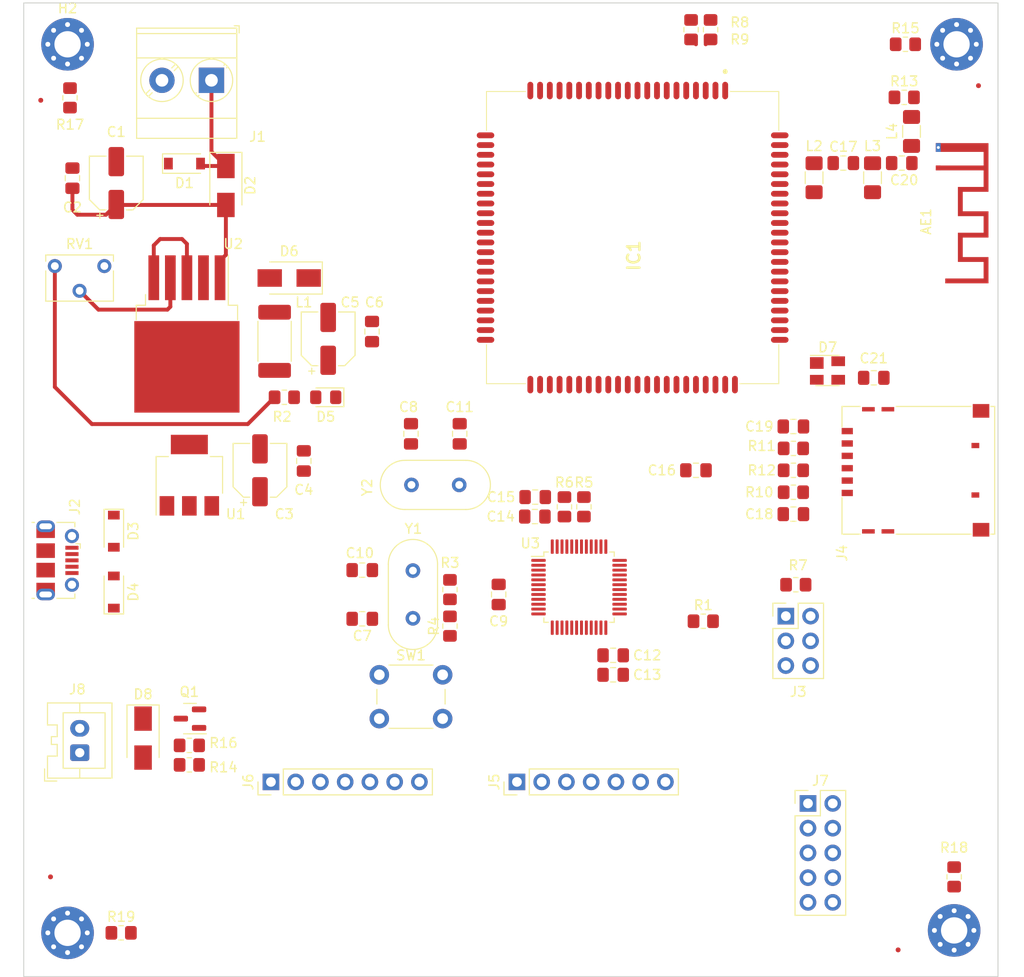
<source format=kicad_pcb>
(kicad_pcb (version 20211014) (generator pcbnew)
  (layers (0 "F.Cu" signal) (31 "B.Cu" signal) (34 "B.Paste" user) (35 "F.Paste" user) (36 "B.SilkS" user "B.Silkscreen") (37 "F.SilkS" user "F.Silkscreen") (38 "B.Mask" user) (39 "F.Mask" user) (44 "Edge.Cuts" user))
  (net 0 "")
  (net 1 "Net-(AE1-Pad1)")
  (net 2 "Net-(C1-Pad1)")
  (net 3 "Earth")
  (net 4 "+3V3")
  (net 5 "VDD")
  (net 6 "/PD1")
  (net 7 "/PC15")
  (net 8 "/NRST")
  (net 9 "/PD0")
  (net 10 "/PC14")
  (net 11 "/Untitled Sheet/USIM_DATA")
  (net 12 "/Untitled Sheet/ANT")
  (net 13 "Net-(C17-Pad2)")
  (net 14 "/Untitled Sheet/USIM_RST")
  (net 15 "/Untitled Sheet/USIM_VDD")
  (net 16 "+12V")
  (net 17 "/USB D-")
  (net 18 "/USB D+")
  (net 19 "Net-(D5-Pad2)")
  (net 20 "Net-(D6-Pad2)")
  (net 21 "Net-(D7-Pad2)")
  (net 22 "Net-(D7-Pad3)")
  (net 23 "Net-(D7-Pad4)")
  (net 24 "Net-(D8-Pad1)")
  (net 25 "Net-(H1-Pad1)")
  (net 26 "Net-(H2-Pad1)")
  (net 27 "Net-(H3-Pad1)")
  (net 28 "Net-(H4-Pad1)")
  (net 29 "Net-(IC1-Pad3)")
  (net 30 "Net-(IC1-Pad4)")
  (net 42 "/Untitled Sheet/USIM_CLK")
  (net 76 "/Untitled Sheet/RX1")
  (net 79 "/Untitled Sheet/TX1")
  (net 93 "/BOOT0")
  (net 94 "/BOOT1")
  (net 99 "/Untitled Sheet/I2C SENSOR/SCL")
  (net 100 "/Untitled Sheet/I2C SENSOR/SDA")
  (net 104 "/Untitled Sheet/I2C SENSOR/RESET")
  (net 105 "/Untitled Sheet/I2C SENSOR/NC")
  (net 106 "/Untitled Sheet/I2C SENSOR/RX")
  (net 107 "/Untitled Sheet/I2C SENSOR/TX")
  (net 108 "Net-(L4-Pad1)")
  (net 109 "Net-(Q1-Pad1)")
  (net 110 "/SCL")
  (net 111 "/SDA")
  (net 112 "Net-(R7-Pad2)")
  (net 113 "FAN")
  (net 114 "Net-(RV1-Pad2)")
  (net 117 "/TX")
  (net 118 "/RX")
  (net 130 "/TX1")
  (net 131 "/RX1")
  (footprint "Resistor_SMD:R_0805_2012Metric_Pad1.20x1.40mm_HandSolder" (layer "F.Cu") (at 121.75 93.5)
    (fp_text reference "R1")
    (fp_text value "1.5K")
  )
  (footprint "Package_TO_SOT_SMD:TO-263-5_TabPin3" (layer "F.Cu") (at 68.75 64 -90)
    (fp_text reference "U2")
    (fp_text value "LM2596S-5")
  )
  (footprint "Capacitor_SMD:C_0805_2012Metric_Pad1.18x1.45mm_HandSolder" (layer "F.Cu") (at 131 73.5 180)
    (fp_text reference "C19")
    (fp_text value "22pf 50v")
  )
  (footprint "MountingHole:MountingHole_2.7mm_M2.5_Pad_Via" (layer "F.Cu") (at 56.5 125.5)
    (fp_text reference "H4" hide)
    (fp_text value "MountingHole_Pad")
  )
  (footprint "Resistor_SMD:R_0805_2012Metric_Pad1.20x1.40mm_HandSolder" (layer "F.Cu") (at 131 80.25)
    (fp_text reference "R10")
    (fp_text value "22R")
  )
  (footprint "RF_Antenna:Texas_SWRA117D_2.4GHz_Right" (layer "F.Cu") (at 145.875 46.95 -90)
    (fp_text reference "AE1")
    (fp_text value "Antenna")
  )
  (footprint "Capacitor_SMD:C_0805_2012Metric_Pad1.18x1.45mm_HandSolder" (layer "F.Cu") (at 86.75 93.25 180)
    (fp_text reference "C7")
    (fp_text value "22pf 50V")
  )
  (footprint "Resistor_SMD:R_0805_2012Metric_Pad1.20x1.40mm_HandSolder" (layer "F.Cu") (at 131 78)
    (fp_text reference "R12")
    (fp_text value "22R")
  )
  (footprint "Capacitor_SMD:C_0805_2012Metric_Pad1.18x1.45mm_HandSolder" (layer "F.Cu") (at 57 48 90)
    (fp_text reference "C2")
    (fp_text value "0.1uf 50V")
  )
  (footprint "Capacitor_SMD:CP_Elec_5x5.8" (layer "F.Cu") (at 83.25 64.5 90)
    (fp_text reference "C5")
    (fp_text value "470uf 25V")
  )
  (footprint "Capacitor_SMD:C_0805_2012Metric_Pad1.18x1.45mm_HandSolder" (layer "F.Cu") (at 136.125 46.45)
    (fp_text reference "C17")
    (fp_text value "33pf 50V")
  )
  (footprint "Diode_SMD:D_SMA" (layer "F.Cu") (at 79.25 58.25 180)
    (fp_text reference "D6")
    (fp_text value "SS34")
  )
  (footprint "Connector_PinHeader_2.54mm:PinHeader_2x05_P2.54mm_Vertical" (layer "F.Cu") (at 132.5 112.21)
    (fp_text reference "J7")
    (fp_text value "Conn_02x05_Counter_Clockwise")
  )
  (footprint "MountingHole:MountingHole_2.7mm_M2.5_Pad_Via" (layer "F.Cu") (at 147.5 125.25)
    (fp_text reference "H3" hide)
    (fp_text value "MountingHole_Pad")
  )
  (footprint "Inductor_SMD:L_1206_3216Metric_Pad1.42x1.75mm_HandSolder" (layer "F.Cu") (at 133.125 47.95 -90)
    (fp_text reference "L2")
    (fp_text value "L")
  )
  (footprint "Crystal:Crystal_HC18-U_Vertical" (layer "F.Cu") (at 91.95 93.2 90)
    (fp_text reference "Y1")
    (fp_text value "8M")
  )
  (footprint "Capacitor_SMD:C_0805_2012Metric_Pad1.18x1.45mm_HandSolder" (layer "F.Cu") (at 104.4625 82.75)
    (fp_text reference "C14")
    (fp_text value "0.1uf 50V")
  )
  (footprint "Resistor_SMD:R_0805_2012Metric_Pad1.20x1.40mm_HandSolder" (layer "F.Cu") (at 56.75 39.75 90)
    (fp_text reference "R17")
    (fp_text value "150R")
  )
  (footprint "Capacitor_SMD:C_0805_2012Metric_Pad1.18x1.45mm_HandSolder" (layer "F.Cu") (at 142.125 46.45)
    (fp_text reference "C20")
    (fp_text value "33pf 50V")
  )
  (footprint "Resistor_SMD:R_0805_2012Metric_Pad1.20x1.40mm_HandSolder" (layer "F.Cu") (at 131 75.75)
    (fp_text reference "R11")
    (fp_text value "22R")
  )
  (footprint "Connector_PinHeader_2.54mm:PinHeader_2x03_P2.54mm_Vertical" (layer "F.Cu") (at 130.225 92.975)
    (fp_text reference "J3")
    (fp_text value "Conn_02x03_Counter_Clockwise")
  )
  (footprint "Potentiometer_THT:Potentiometer_Bourns_3266W_Vertical" (layer "F.Cu") (at 60.275 57.025)
    (fp_text reference "RV1")
    (fp_text value "10K")
  )
  (footprint "Package_TO_SOT_SMD:SOT-223-3_TabPin2" (layer "F.Cu") (at 69 78.5 90)
    (fp_text reference "U1")
    (fp_text value "AMS1117-3.3")
  )
  (footprint "Resistor_SMD:R_0805_2012Metric_Pad1.20x1.40mm_HandSolder" (layer "F.Cu") (at 107.5 81.75 -90)
    (fp_text reference "R6")
    (fp_text value "1K")
  )
  (footprint "Capacitor_SMD:C_0805_2012Metric_Pad1.18x1.45mm_HandSolder" (layer "F.Cu") (at 100.75 90.75 -90)
    (fp_text reference "C9")
    (fp_text value "22pf 50V")
  )
  (footprint "Capacitor_SMD:C_0805_2012Metric_Pad1.18x1.45mm_HandSolder" (layer "F.Cu") (at 112.5 97 180)
    (fp_text reference "C12")
    (fp_text value "0.1uf 50V")
  )
  (footprint "Diode_SMD:D_SMA" (layer "F.Cu") (at 64.25 105.5 -90)
    (fp_text reference "D8")
    (fp_text value "SS34")
  )
  (footprint "Connector_PinHeader_2.54mm:PinHeader_1x07_P2.54mm_Vertical" (layer "F.Cu") (at 77.375 110 90)
    (fp_text reference "J6")
    (fp_text value "Conn_01x07")
  )
  (footprint "Capacitor_SMD:C_0805_2012Metric_Pad1.18x1.45mm_HandSolder" (layer "F.Cu") (at 96.75 74.25 90)
    (fp_text reference "C11")
    (fp_text value "22pf 50V")
  )
  (footprint "Resistor_SMD:R_0805_2012Metric_Pad1.20x1.40mm_HandSolder" (layer "F.Cu") (at 78.75 70.5)
    (fp_text reference "R2")
    (fp_text value "1K")
  )
  (footprint "Diode_SMD:D_SOD-123" (layer "F.Cu") (at 61.25 84.25 -90)
    (fp_text reference "D3")
    (fp_text value "D_TVS")
  )
  (footprint "Fiducial:Fiducial_0.5mm_Mask1.5mm" (layer "F.Cu") (at 54.75 119.75)
    (fp_text reference "FID3" hide)
    (fp_text value "Fiducial")
  )
  (footprint "Resistor_SMD:R_0805_2012Metric_Pad1.20x1.40mm_HandSolder" (layer "F.Cu") (at 109.5 81.75 -90)
    (fp_text reference "R5")
    (fp_text value "1K")
  )
  (footprint "Capacitor_SMD:C_0805_2012Metric_Pad1.18x1.45mm_HandSolder" (layer "F.Cu") (at 121 78)
    (fp_text reference "C16")
    (fp_text value "22pf 50v")
  )
  (footprint "Connector_USB:USB_Micro-B_Molex-105017-0001" (layer "F.Cu") (at 55.4875 87.25 -90)
    (fp_text reference "J2")
    (fp_text value "USB_B_Micro")
  )
  (footprint "Capacitor_SMD:C_0805_2012Metric_Pad1.18x1.45mm_HandSolder" (layer "F.Cu") (at 80.75 77.0375 90)
    (fp_text reference "C4")
    (fp_text value "0.1uf 50V")
  )
  (footprint "Library:SIM7600EH" (layer "F.Cu") (at 114.5 54.1 -90)
    (fp_text reference "IC1")
    (fp_text value "SIM7600EH" hide)
  )
  (footprint "Resistor_SMD:R_0805_2012Metric_Pad1.20x1.40mm_HandSolder" (layer "F.Cu") (at 147.5 119.75 -90)
    (fp_text reference "R18")
    (fp_text value "150R")
  )
  (footprint "Capacitor_SMD:C_0805_2012Metric_Pad1.18x1.45mm_HandSolder" (layer "F.Cu") (at 131 82.5 180)
    (fp_text reference "C18")
    (fp_text value "22pf 50v")
  )
  (footprint "Inductor_SMD:L_2512_6332Metric_Pad1.52x3.35mm_HandSolder" (layer "F.Cu") (at 77.75 64.75 -90)
    (fp_text reference "L1")
    (fp_text value "INDUCTOR")
  )
  (footprint "Resistor_SMD:R_0805_2012Metric_Pad1.20x1.40mm_HandSolder" (layer "F.Cu") (at 95.75 90.25 90)
    (fp_text reference "R3")
    (fp_text value "10M")
  )
  (footprint "Resistor_SMD:R_0805_2012Metric_Pad1.20x1.40mm_HandSolder" (layer "F.Cu") (at 142.375 39.7)
    (fp_text reference "R13")
    (fp_text value "10K")
  )
  (footprint "Resistor_SMD:R_0805_2012Metric_Pad1.20x1.40mm_HandSolder" (layer "F.Cu") (at 122.5 32.75 -90)
    (fp_text reference "R8")
    (fp_text value "10K")
  )
  (footprint "Resistor_SMD:R_0805_2012Metric_Pad1.20x1.40mm_HandSolder" (layer "F.Cu") (at 69 108.25 180)
    (fp_text reference "R14")
    (fp_text value "150R")
  )
  (footprint "Fiducial:Fiducial_0.5mm_Mask1.5mm" (layer "F.Cu") (at 53.75 40)
    (fp_text reference "FID4" hide)
    (fp_text value "Fiducial")
  )
  (footprint "MountingHole:MountingHole_2.7mm_M2.5_Pad_Via" (layer "F.Cu") (at 56.5 34.25)
    (fp_text reference "H2")
    (fp_text value "MountingHole_Pad")
  )
  (footprint "TerminalBlock_Phoenix:TerminalBlock_Phoenix_MKDS-3-2-5.08_1x02_P5.08mm_Horizontal" (layer "F.Cu") (at 71.27 37.95 180)
    (fp_text reference "J1")
    (fp_text value "Screw_Terminal_01x02")
  )
  (footprint "Capacitor_SMD:C_0805_2012Metric_Pad1.18x1.45mm_HandSolder" (layer "F.Cu") (at 86.75 88.25 180)
    (fp_text reference "C10")
    (fp_text value "22pf 50V")
  )
  (footprint "Package_TO_SOT_SMD:SOT-23" (layer "F.Cu") (at 69.0625 103.5 180)
    (fp_text reference "Q1")
    (fp_text value "2N7002")
  )
  (footprint "Capacitor_SMD:C_0805_2012Metric_Pad1.18x1.45mm_HandSolder" (layer "F.Cu") (at 87.75 63.75 90)
    (fp_text reference "C6")
    (fp_text value "0.1uf 50V")
  )
  (footprint "Resistor_SMD:R_0805_2012Metric_Pad1.20x1.40mm_HandSolder" (layer "F.Cu") (at 95.75 94 90)
    (fp_text reference "R4")
    (fp_text value "1K")
  )
  (footprint "Crystal:Crystal_HC18-U_Vertical" (layer "F.Cu") (at 91.8 79.5)
    (fp_text reference "Y2")
    (fp_text value "32.768K")
  )
  (footprint "Capacitor_SMD:C_0805_2012Metric_Pad1.18x1.45mm_HandSolder" (layer "F.Cu") (at 139.25 68.5 180)
    (fp_text reference "C21")
    (fp_text value "0.1uf 50v")
  )
  (footprint "Capacitor_SMD:C_0805_2012Metric_Pad1.18x1.45mm_HandSolder" (layer "F.Cu") (at 91.75 74.25 90)
    (fp_text reference "C8")
    (fp_text value "22pf 50V")
  )
  (footprint "LED_SMD:LED_0805_2012Metric_Pad1.15x1.40mm_HandSolder" (layer "F.Cu") (at 83 70.5 180)
    (fp_text reference "D5")
    (fp_text value "LED")
  )
  (footprint "Resistor_SMD:R_0805_2012Metric_Pad1.20x1.40mm_HandSolder" (layer "F.Cu") (at 62 125.5)
    (fp_text reference "R19")
    (fp_text value "150R")
  )
  (footprint "Capacitor_SMD:CP_Elec_5x5.8" (layer "F.Cu") (at 76.25 78 90)
    (fp_text reference "C3")
    (fp_text value "470uf 25V")
  )
  (footprint "Capacitor_SMD:C_0805_2012Metric_Pad1.18x1.45mm_HandSolder" (layer "F.Cu") (at 112.5 99 180)
    (fp_text reference "C13")
    (fp_text value "10uf 50V")
  )
  (footprint "Capacitor_SMD:CP_Elec_5x5.8" (layer "F.Cu") (at 61.5 48.5 90)
    (fp_text reference "C1")
    (fp_text value "470uf 25V")
  )
  (footprint "Inductor_SMD:L_1206_3216Metric_Pad1.42x1.75mm_HandSolder" (layer "F.Cu") (at 143.125 43.2 -90)
    (fp_text reference "L4")
    (fp_text value "L")
  )
  (footprint "Package_TO_SOT_SMD:SOT-143" (layer "F.Cu") (at 134.5 67.75)
    (fp_text reference "D7")
    (fp_text value "SP0503BAHT")
  )
  (footprint "Connector_JST:JST_XA_B02B-XASK-1_1x02_P2.50mm_Vertical" (layer "F.Cu") (at 57.75 107 90)
    (fp_text reference "J8")
    (fp_text value "Conn_01x02")
  )
  (footprint "Resistor_SMD:R_0805_2012Metric_Pad1.20x1.40mm_HandSolder" (layer "F.Cu") (at 131.25 89.75 180)
    (fp_text reference "R7")
    (fp_text value "10K")
  )
  (footprint "Diode_SMD:D_SOD-123" (layer "F.Cu") (at 68.5 46.5)
    (fp_text reference "D1")
    (fp_text value "D_TVS")
  )
  (footprint "Diode_SMD:D_SOD-123" (layer "F.Cu") (at 61.25 90.5 90)
    (fp_text reference "D4")
    (fp_text value "D_TVS")
  )
  (footprint "Diode_SMD:D_SMA" (layer "F.Cu") (at 72.75 48.75 -90)
    (fp_text reference "D2")
    (fp_text value "SS34")
  )
  (footprint "Connector_Card:microSIM_JAE_SF53S006VCBR2000" (layer "F.Cu") (at 143.15 78 90)
    (fp_text reference "J4")
    (fp_text value "SIM_Card")
  )
  (footprint "Package_QFP:LQFP-48_7x7mm_P0.5mm" (layer "F.Cu") (at 109 90)
    (fp_text reference "U3")
    (fp_text value "STM32F103C4Tx")
  )
  (footprint "Fiducial:Fiducial_0.5mm_Mask1.5mm" (layer "F.Cu") (at 141.75 127.25)
    (fp_text reference "FID2" hide)
    (fp_text value "Fiducial")
  )
  (footprint "Resistor_SMD:R_0805_2012Metric_Pad1.20x1.40mm_HandSolder" (layer "F.Cu") (at 142.5 34.25)
    (fp_text reference "R15")
    (fp_text value "150R")
  )
  (footprint "Resistor_SMD:R_0805_2012Metric_Pad1.20x1.40mm_HandSolder" (layer "F.Cu") (at 120.5 32.75 -90)
    (fp_text reference "R9")
    (fp_text value "10K")
  )
  (footprint "Button_Switch_THT:SW_PUSH_6mm_H5mm" (layer "F.Cu") (at 88.5 99)
    (fp_text reference "SW1")
    (fp_text value "SW_DIP_x01")
  )
  (footprint "Resistor_SMD:R_0805_2012Metric_Pad1.20x1.40mm_HandSolder" (layer "F.Cu") (at 69 106.25)
    (fp_text reference "R16")
    (fp_text value "150R")
  )
  (footprint "Capacitor_SMD:C_0805_2012Metric_Pad1.18x1.45mm_HandSolder" (layer "F.Cu") (at 104.5 80.75)
    (fp_text reference "C15")
    (fp_text value "10uf 50V")
  )
  (footprint "Inductor_SMD:L_1206_3216Metric_Pad1.42x1.75mm_HandSolder" (layer "F.Cu") (at 139.125 47.95 -90)
    (fp_text reference "L3")
    (fp_text value "L")
  )
  (footprint "Connector_PinHeader_2.54mm:PinHeader_1x07_P2.54mm_Vertical" (layer "F.Cu") (at 102.625 110 90)
    (fp_text reference "J5")
    (fp_text value "Conn_01x07")
  )
  (footprint "Fiducial:Fiducial_0.5mm_Mask1.5mm" (layer "F.Cu") (at 150 38.5)
    (fp_text reference "FID1" hide)
    (fp_text value "Fiducial")
  )
  (footprint "MountingHole:MountingHole_2.7mm_M2.5_Pad_Via" (layer "F.Cu") (at 147.75 34.25)
    (fp_text reference "H1" hide)
    (fp_text value "MountingHole_Pad")
  )
  (gr_rect (start 52 30) (end 152 130) (layer "Edge.Cuts") (width 0.1) (fill none))
  (segment (start 57.5 51.75) (end 57 51.25) (width 0.4) (layer "F.Cu") (net 2))
  (segment (start 61.55 50.75) (end 61.5 50.7) (width 0.4) (layer "F.Cu") (net 2))
  (segment (start 72.15 58.225) (end 72.15 56.475) (width 0.4) (layer "F.Cu") (net 2))
  (segment (start 72.75 55.875) (end 72.75 50.75) (width 0.4) (layer "F.Cu") (net 2))
  (segment (start 72.75 50.75) (end 61.55 50.75) (width 0.4) (layer "F.Cu") (net 2))
  (segment (start 60.45 51.75) (end 57.5 51.75) (width 0.4) (layer "F.Cu") (net 2))
  (segment (start 57 51.25) (end 57 49.0375) (width 0.4) (layer "F.Cu") (net 2))
  (segment (start 72.15 56.475) (end 72.75 55.875) (width 0.4) (layer "F.Cu") (net 2))
  (segment (start 61.5 50.7) (end 60.45 51.75) (width 0.4) (layer "F.Cu") (net 2))
  (segment (start 65.35 58.225) (end 65.35 54.9) (width 0.4) (layer "F.Cu") (net 3))
  (segment (start 68.75 54.75) (end 68.75 58.225) (width 0.4) (layer "F.Cu") (net 3))
  (segment (start 66 54.25) (end 68.25 54.25) (width 0.4) (layer "F.Cu") (net 3))
  (segment (start 65.35 54.9) (end 66 54.25) (width 0.4) (layer "F.Cu") (net 3))
  (segment (start 68.25 54.25) (end 68.75 54.75) (width 0.4) (layer "F.Cu") (net 3))
  (segment (start 59 73.25) (end 75 73.25) (width 0.4) (layer "F.Cu") (net 5))
  (segment (start 75 73.25) (end 77.75 70.5) (width 0.4) (layer "F.Cu") (net 5))
  (segment (start 55.195 69.445) (end 59 73.25) (width 0.4) (layer "F.Cu") (net 5))
  (segment (start 55.195 57.025) (end 55.195 69.445) (width 0.4) (layer "F.Cu") (net 5))
  (segment (start 71.27 37.95) (end 71.27 45.27) (width 0.4) (layer "F.Cu") (net 16))
  (segment (start 72.75 46.75) (end 70.4 46.75) (width 0.4) (layer "F.Cu") (net 16))
  (segment (start 71.27 45.27) (end 72.75 46.75) (width 0.4) (layer "F.Cu") (net 16))
  (segment (start 70.4 46.75) (end 70.15 46.5) (width 0.4) (layer "F.Cu") (net 16))
  (segment (start 122.5 33.75) (end 122 34.25) (width 0.4) (layer "F.Cu") (net 29))
  (segment (start 120.5 33.75) (end 121 34.25) (width 0.4) (layer "F.Cu") (net 30))
  (segment (start 59.67 61.5) (end 66.75 61.5) (width 0.4) (layer "F.Cu") (net 114))
  (segment (start 57.735 59.565) (end 59.67 61.5) (width 0.4) (layer "F.Cu") (net 114))
  (segment (start 67.05 61.2) (end 67.05 58.225) (width 0.4) (layer "F.Cu") (net 114))
  (segment (start 66.75 61.5) (end 67.05 61.2) (width 0.4) (layer "F.Cu") (net 114))
)
</source>
